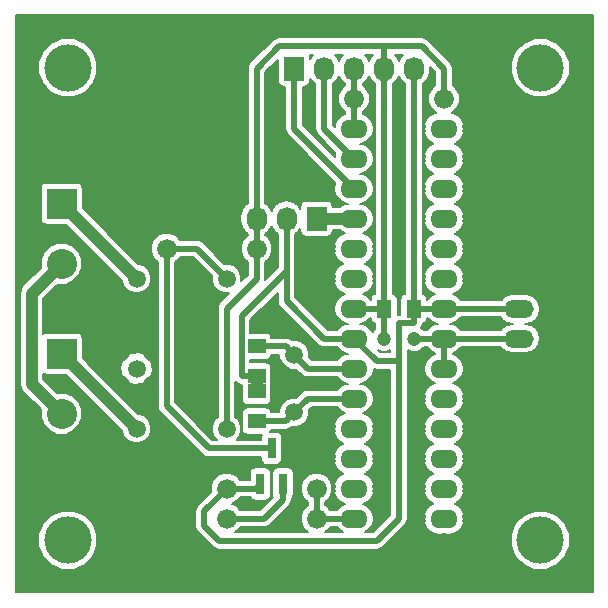
<source format=gbr>
G04 #@! TF.FileFunction,Copper,L2,Bot,Signal*
%FSLAX46Y46*%
G04 Gerber Fmt 4.6, Leading zero omitted, Abs format (unit mm)*
G04 Created by KiCad (PCBNEW 4.0.3-stable) date 09/13/16 15:12:45*
%MOMM*%
%LPD*%
G01*
G04 APERTURE LIST*
%ADD10C,0.100000*%
%ADD11R,1.727200X2.032000*%
%ADD12O,1.727200X2.032000*%
%ADD13R,1.500000X1.300000*%
%ADD14R,1.300000X1.500000*%
%ADD15C,1.676400*%
%ADD16O,2.300000X1.600000*%
%ADD17O,2.500000X1.500000*%
%ADD18R,0.800100X1.800860*%
%ADD19C,1.501140*%
%ADD20R,2.540000X2.540000*%
%ADD21C,2.540000*%
%ADD22C,4.000000*%
%ADD23C,1.200000*%
%ADD24C,0.500000*%
%ADD25C,1.000000*%
%ADD26C,0.200000*%
G04 APERTURE END LIST*
D10*
D11*
X146050000Y-57785000D03*
D12*
X143510000Y-57785000D03*
X140970000Y-57785000D03*
D13*
X140970000Y-71100000D03*
X140970000Y-68600000D03*
X140970000Y-72410000D03*
X140970000Y-74910000D03*
D14*
X151785000Y-65405000D03*
X154285000Y-65405000D03*
D15*
X133350000Y-60325000D03*
X140970000Y-60325000D03*
D16*
X149225000Y-50165000D03*
X149225000Y-52705000D03*
X149225000Y-55245000D03*
X149225000Y-57785000D03*
X149225000Y-60325000D03*
X149225000Y-62865000D03*
X149225000Y-65405000D03*
X149225000Y-67945000D03*
X149225000Y-70485000D03*
X149225000Y-73025000D03*
X149225000Y-75565000D03*
X149225000Y-78105000D03*
X149225000Y-80645000D03*
X149225000Y-83185000D03*
X156845000Y-83185000D03*
X156845000Y-80645000D03*
X156845000Y-78105000D03*
X156845000Y-75565000D03*
X156845000Y-73025000D03*
X156845000Y-70485000D03*
X156845000Y-67945000D03*
X156845000Y-65405000D03*
X156845000Y-62865000D03*
X156845000Y-60325000D03*
X156845000Y-57785000D03*
X156845000Y-55245000D03*
X156845000Y-52705000D03*
X156845000Y-50165000D03*
D17*
X163195000Y-67945000D03*
X163195000Y-65445000D03*
D11*
X144145000Y-45085000D03*
D12*
X146685000Y-45085000D03*
X149225000Y-45085000D03*
X151765000Y-45085000D03*
X154305000Y-45085000D03*
D18*
X143190000Y-80241140D03*
X141290000Y-80241140D03*
X142240000Y-77238860D03*
D15*
X149225000Y-47625000D03*
X156845000Y-47625000D03*
X146050000Y-80645000D03*
X138430000Y-80645000D03*
X146050000Y-83185000D03*
X138430000Y-83185000D03*
D19*
X144145000Y-69314060D03*
X144145000Y-74195940D03*
X138430000Y-75565000D03*
X130810000Y-75565000D03*
X130810000Y-70485000D03*
X138430000Y-62865000D03*
X130810000Y-62865000D03*
D20*
X124460000Y-56515000D03*
D21*
X124460000Y-61595000D03*
D20*
X124460000Y-69215000D03*
D21*
X124460000Y-74295000D03*
D22*
X165000000Y-85000000D03*
X125000000Y-85000000D03*
X125000000Y-45000000D03*
X165000000Y-45000000D03*
D23*
X154305000Y-67945000D03*
X151765000Y-67945000D03*
D24*
X140970000Y-71100000D02*
X139720000Y-71100000D01*
X139700000Y-71080000D02*
X139700000Y-69830000D01*
X139720000Y-71100000D02*
X139700000Y-71080000D01*
X154285000Y-65405000D02*
X154285000Y-66655000D01*
X154285000Y-66655000D02*
X153035000Y-66655000D01*
X149225000Y-67945000D02*
X146685000Y-67945000D01*
X143510000Y-64770000D02*
X143510000Y-62230000D01*
X146685000Y-67945000D02*
X143510000Y-64770000D01*
X143510000Y-62230000D02*
X139700000Y-66040000D01*
X139700000Y-66040000D02*
X139700000Y-69830000D01*
X149225000Y-67945000D02*
X151130000Y-69850000D01*
X151130000Y-69850000D02*
X153035000Y-69850000D01*
X153035000Y-66655000D02*
X153035000Y-69850000D01*
X151130000Y-85090000D02*
X153035000Y-83185000D01*
X153035000Y-69850000D02*
X153035000Y-83185000D01*
X138430000Y-80645000D02*
X136525000Y-82550000D01*
X136525000Y-82550000D02*
X136525000Y-83820000D01*
X136525000Y-83820000D02*
X137795000Y-85090000D01*
X137795000Y-85090000D02*
X151130000Y-85090000D01*
D25*
X140970000Y-71100000D02*
X140970000Y-72410000D01*
D24*
X141290000Y-80241140D02*
X140886140Y-80645000D01*
X140886140Y-80645000D02*
X138430000Y-80645000D01*
X143510000Y-57785000D02*
X143510000Y-62230000D01*
X156845000Y-65405000D02*
X163155000Y-65405000D01*
D25*
X163155000Y-65405000D02*
X163195000Y-65445000D01*
D24*
X154305000Y-45085000D02*
X154305000Y-65385000D01*
D25*
X154305000Y-65385000D02*
X154285000Y-65405000D01*
D24*
X154285000Y-65405000D02*
X156845000Y-65405000D01*
X144145000Y-69314060D02*
X145315940Y-70485000D01*
X145315940Y-70485000D02*
X149225000Y-70485000D01*
X140970000Y-68600000D02*
X143430940Y-68600000D01*
X143430940Y-68600000D02*
X144145000Y-69314060D01*
X144145000Y-74195940D02*
X143430940Y-74910000D01*
X143430940Y-74910000D02*
X140970000Y-74910000D01*
X149225000Y-73025000D02*
X145315940Y-73025000D01*
X145315940Y-73025000D02*
X144145000Y-74195940D01*
X140970000Y-60325000D02*
X140970000Y-62865000D01*
X138430000Y-65405000D02*
X138430000Y-75565000D01*
X140970000Y-62865000D02*
X138430000Y-65405000D01*
X140970000Y-60325000D02*
X140970000Y-57785000D01*
X151785000Y-65405000D02*
X151765000Y-65425000D01*
X151765000Y-65425000D02*
X151765000Y-67945000D01*
X154305000Y-67945000D02*
X156845000Y-67945000D01*
X156845000Y-67945000D02*
X156845000Y-70485000D01*
X151765000Y-45085000D02*
X151765000Y-43180000D01*
X140970000Y-57785000D02*
X140970000Y-45085000D01*
X142875000Y-43180000D02*
X151765000Y-43180000D01*
X140970000Y-45085000D02*
X142875000Y-43180000D01*
X151765000Y-43180000D02*
X153670000Y-43180000D01*
X156845000Y-47625000D02*
X156845000Y-45085000D01*
X156845000Y-45085000D02*
X154940000Y-43180000D01*
X154940000Y-43180000D02*
X153670000Y-43180000D01*
X156845000Y-67945000D02*
X163195000Y-67945000D01*
X149225000Y-65405000D02*
X151785000Y-65405000D01*
X151765000Y-45085000D02*
X151765000Y-65385000D01*
D25*
X151765000Y-65385000D02*
X151785000Y-65405000D01*
X151765000Y-45085000D02*
X151765000Y-45720000D01*
D24*
X138430000Y-62865000D02*
X135890000Y-60325000D01*
X135890000Y-60325000D02*
X133350000Y-60325000D01*
X142240000Y-77238860D02*
X136928860Y-77238860D01*
X133350000Y-73660000D02*
X133350000Y-60325000D01*
X136928860Y-77238860D02*
X133350000Y-73660000D01*
X149225000Y-47625000D02*
X149225000Y-50165000D01*
X149225000Y-45085000D02*
X149225000Y-47625000D01*
X146685000Y-45085000D02*
X146685000Y-50165000D01*
X146685000Y-50165000D02*
X149225000Y-52705000D01*
X144145000Y-45085000D02*
X144145000Y-50165000D01*
X144145000Y-50165000D02*
X149225000Y-55245000D01*
D25*
X146050000Y-57785000D02*
X149225000Y-57785000D01*
D24*
X146050000Y-83185000D02*
X149225000Y-83185000D01*
X146050000Y-83185000D02*
X146050000Y-80645000D01*
X143190000Y-80241140D02*
X143190000Y-81600000D01*
X143190000Y-81600000D02*
X141605000Y-83185000D01*
X141605000Y-83185000D02*
X138430000Y-83185000D01*
D25*
X124460000Y-56515000D02*
X130810000Y-62865000D01*
X124460000Y-61595000D02*
X121920000Y-64135000D01*
X121920000Y-71755000D02*
X124460000Y-74295000D01*
X121920000Y-64135000D02*
X121920000Y-71755000D01*
X124460000Y-69215000D02*
X130810000Y-75565000D01*
D26*
G36*
X169425000Y-89425000D02*
X120575000Y-89425000D01*
X120575000Y-85495099D01*
X122499567Y-85495099D01*
X122879367Y-86414286D01*
X123582015Y-87118161D01*
X124500538Y-87499565D01*
X125495099Y-87500433D01*
X126414286Y-87120633D01*
X127118161Y-86417985D01*
X127499565Y-85499462D01*
X127500433Y-84504901D01*
X127120633Y-83585714D01*
X126417985Y-82881839D01*
X125499462Y-82500435D01*
X124504901Y-82499567D01*
X123585714Y-82879367D01*
X122881839Y-83582015D01*
X122500435Y-84500538D01*
X122499567Y-85495099D01*
X120575000Y-85495099D01*
X120575000Y-64135000D01*
X120920000Y-64135000D01*
X120920000Y-71755000D01*
X120996120Y-72137684D01*
X121212893Y-72462107D01*
X122690854Y-73940067D01*
X122690308Y-73941381D01*
X122689694Y-74645530D01*
X122958592Y-75296314D01*
X123456067Y-75794658D01*
X124106381Y-76064692D01*
X124810530Y-76065306D01*
X125461314Y-75796408D01*
X125959658Y-75298933D01*
X126229692Y-74648619D01*
X126230306Y-73944470D01*
X125961408Y-73293686D01*
X125463933Y-72795342D01*
X124813619Y-72525308D01*
X124109470Y-72524694D01*
X124105534Y-72526320D01*
X122920000Y-71340786D01*
X122920000Y-70905666D01*
X122991661Y-70954630D01*
X123190000Y-70994795D01*
X124825581Y-70994795D01*
X129559287Y-75728501D01*
X129559214Y-75812662D01*
X129749200Y-76272465D01*
X130100684Y-76624563D01*
X130560155Y-76815352D01*
X131057662Y-76815786D01*
X131517465Y-76625800D01*
X131869563Y-76274316D01*
X132060352Y-75814845D01*
X132060786Y-75317338D01*
X131870800Y-74857535D01*
X131519316Y-74505437D01*
X131059845Y-74314648D01*
X130973787Y-74314573D01*
X126972598Y-70313384D01*
X129435486Y-70313384D01*
X129474440Y-70852452D01*
X129605789Y-71169556D01*
X129780758Y-71224078D01*
X130071151Y-71514979D01*
X130125444Y-71689211D01*
X130638384Y-71859514D01*
X131177452Y-71820560D01*
X131494556Y-71689211D01*
X131549078Y-71514242D01*
X131839979Y-71223849D01*
X132014211Y-71169556D01*
X132184514Y-70656616D01*
X132145560Y-70117548D01*
X132014211Y-69800444D01*
X131839242Y-69745922D01*
X131548849Y-69455021D01*
X131494556Y-69280789D01*
X130981616Y-69110486D01*
X130442548Y-69149440D01*
X130125444Y-69280789D01*
X130070922Y-69455758D01*
X129780021Y-69746151D01*
X129605789Y-69800444D01*
X129435486Y-70313384D01*
X126972598Y-70313384D01*
X126239795Y-69580581D01*
X126239795Y-67945000D01*
X126204931Y-67759711D01*
X126095425Y-67589535D01*
X125928339Y-67475370D01*
X125730000Y-67435205D01*
X123190000Y-67435205D01*
X123004711Y-67470069D01*
X122920000Y-67524579D01*
X122920000Y-64549214D01*
X124105067Y-63364146D01*
X124106381Y-63364692D01*
X124810530Y-63365306D01*
X125461314Y-63096408D01*
X125959658Y-62598933D01*
X126229692Y-61948619D01*
X126230306Y-61244470D01*
X125961408Y-60593686D01*
X125463933Y-60095342D01*
X124813619Y-59825308D01*
X124109470Y-59824694D01*
X123458686Y-60093592D01*
X122960342Y-60591067D01*
X122690308Y-61241381D01*
X122689694Y-61945530D01*
X122691320Y-61949466D01*
X121212893Y-63427893D01*
X120996120Y-63752316D01*
X120996120Y-63752317D01*
X120920000Y-64135000D01*
X120575000Y-64135000D01*
X120575000Y-55245000D01*
X122680205Y-55245000D01*
X122680205Y-57785000D01*
X122715069Y-57970289D01*
X122824575Y-58140465D01*
X122991661Y-58254630D01*
X123190000Y-58294795D01*
X124825581Y-58294795D01*
X129559287Y-63028501D01*
X129559214Y-63112662D01*
X129749200Y-63572465D01*
X130100684Y-63924563D01*
X130560155Y-64115352D01*
X131057662Y-64115786D01*
X131517465Y-63925800D01*
X131869563Y-63574316D01*
X132060352Y-63114845D01*
X132060786Y-62617338D01*
X131870800Y-62157535D01*
X131519316Y-61805437D01*
X131059845Y-61614648D01*
X130973787Y-61614573D01*
X129949231Y-60590017D01*
X132011568Y-60590017D01*
X132214868Y-61082039D01*
X132590981Y-61458809D01*
X132600000Y-61462554D01*
X132600000Y-73660000D01*
X132657090Y-73947013D01*
X132819670Y-74190330D01*
X136398530Y-77769190D01*
X136641847Y-77931770D01*
X136928860Y-77988860D01*
X141330155Y-77988860D01*
X141330155Y-78139290D01*
X141365019Y-78324579D01*
X141474525Y-78494755D01*
X141641611Y-78608920D01*
X141839950Y-78649085D01*
X142640050Y-78649085D01*
X142825339Y-78614221D01*
X142995515Y-78504715D01*
X143109680Y-78337629D01*
X143149845Y-78139290D01*
X143149845Y-76338430D01*
X143114981Y-76153141D01*
X143005475Y-75982965D01*
X142838389Y-75868800D01*
X142640050Y-75828635D01*
X142141599Y-75828635D01*
X142189630Y-75758339D01*
X142209544Y-75660000D01*
X143430940Y-75660000D01*
X143717953Y-75602910D01*
X143952273Y-75446342D01*
X144392662Y-75446726D01*
X144852465Y-75256740D01*
X145204563Y-74905256D01*
X145395352Y-74445785D01*
X145395736Y-74005864D01*
X145626600Y-73775000D01*
X147810355Y-73775000D01*
X147923436Y-73944239D01*
X148345187Y-74226043D01*
X148441270Y-74245155D01*
X148193904Y-74323111D01*
X147770499Y-74678288D01*
X147516769Y-75193958D01*
X147588686Y-75333688D01*
X147542675Y-75565000D01*
X147588686Y-75796312D01*
X147516769Y-75936042D01*
X147770499Y-76451712D01*
X148193904Y-76806889D01*
X148283105Y-76835000D01*
X148193904Y-76863111D01*
X147770499Y-77218288D01*
X147516769Y-77733958D01*
X147588686Y-77873688D01*
X147542675Y-78105000D01*
X147588686Y-78336312D01*
X147516769Y-78476042D01*
X147770499Y-78991712D01*
X148193904Y-79346889D01*
X148283105Y-79375000D01*
X148193904Y-79403111D01*
X147770499Y-79758288D01*
X147516769Y-80273958D01*
X147588686Y-80413688D01*
X147542675Y-80645000D01*
X147588686Y-80876312D01*
X147516769Y-81016042D01*
X147770499Y-81531712D01*
X148193904Y-81886889D01*
X148441270Y-81964845D01*
X148345187Y-81983957D01*
X147923436Y-82265761D01*
X147810355Y-82435000D01*
X147188040Y-82435000D01*
X147185132Y-82427961D01*
X146809019Y-82051191D01*
X146800000Y-82047446D01*
X146800000Y-81783040D01*
X146807039Y-81780132D01*
X147183809Y-81404019D01*
X147387967Y-80912352D01*
X147388432Y-80379983D01*
X147185132Y-79887961D01*
X146809019Y-79511191D01*
X146317352Y-79307033D01*
X145784983Y-79306568D01*
X145292961Y-79509868D01*
X144916191Y-79885981D01*
X144712033Y-80377648D01*
X144711568Y-80910017D01*
X144914868Y-81402039D01*
X145290981Y-81778809D01*
X145300000Y-81782554D01*
X145300000Y-82046960D01*
X145292961Y-82049868D01*
X144916191Y-82425981D01*
X144712033Y-82917648D01*
X144711568Y-83450017D01*
X144914868Y-83942039D01*
X145290981Y-84318809D01*
X145342015Y-84340000D01*
X139138955Y-84340000D01*
X139187039Y-84320132D01*
X139563809Y-83944019D01*
X139567554Y-83935000D01*
X141605000Y-83935000D01*
X141892013Y-83877910D01*
X142135330Y-83715330D01*
X143720330Y-82130330D01*
X143882910Y-81887013D01*
X143940000Y-81600000D01*
X143940000Y-81510544D01*
X143945515Y-81506995D01*
X144059680Y-81339909D01*
X144099845Y-81141570D01*
X144099845Y-79340710D01*
X144064981Y-79155421D01*
X143955475Y-78985245D01*
X143788389Y-78871080D01*
X143590050Y-78830915D01*
X142789950Y-78830915D01*
X142604661Y-78865779D01*
X142434485Y-78975285D01*
X142320320Y-79142371D01*
X142280155Y-79340710D01*
X142280155Y-81141570D01*
X142315019Y-81326859D01*
X142349264Y-81380076D01*
X141294340Y-82435000D01*
X139568040Y-82435000D01*
X139565132Y-82427961D01*
X139189019Y-82051191D01*
X138860835Y-81914917D01*
X139187039Y-81780132D01*
X139563809Y-81404019D01*
X139567554Y-81395000D01*
X140458867Y-81395000D01*
X140524525Y-81497035D01*
X140691611Y-81611200D01*
X140889950Y-81651365D01*
X141690050Y-81651365D01*
X141875339Y-81616501D01*
X142045515Y-81506995D01*
X142159680Y-81339909D01*
X142199845Y-81141570D01*
X142199845Y-79340710D01*
X142164981Y-79155421D01*
X142055475Y-78985245D01*
X141888389Y-78871080D01*
X141690050Y-78830915D01*
X140889950Y-78830915D01*
X140704661Y-78865779D01*
X140534485Y-78975285D01*
X140420320Y-79142371D01*
X140380155Y-79340710D01*
X140380155Y-79895000D01*
X139568040Y-79895000D01*
X139565132Y-79887961D01*
X139189019Y-79511191D01*
X138697352Y-79307033D01*
X138164983Y-79306568D01*
X137672961Y-79509868D01*
X137296191Y-79885981D01*
X137092033Y-80377648D01*
X137091568Y-80910017D01*
X137095297Y-80919043D01*
X135994670Y-82019670D01*
X135832090Y-82262987D01*
X135775000Y-82550000D01*
X135775000Y-83820000D01*
X135832090Y-84107013D01*
X135994670Y-84350330D01*
X137264670Y-85620330D01*
X137507987Y-85782910D01*
X137795000Y-85840000D01*
X151130000Y-85840000D01*
X151417013Y-85782910D01*
X151660330Y-85620330D01*
X151785561Y-85495099D01*
X162499567Y-85495099D01*
X162879367Y-86414286D01*
X163582015Y-87118161D01*
X164500538Y-87499565D01*
X165495099Y-87500433D01*
X166414286Y-87120633D01*
X167118161Y-86417985D01*
X167499565Y-85499462D01*
X167500433Y-84504901D01*
X167120633Y-83585714D01*
X166417985Y-82881839D01*
X165499462Y-82500435D01*
X164504901Y-82499567D01*
X163585714Y-82879367D01*
X162881839Y-83582015D01*
X162500435Y-84500538D01*
X162499567Y-85495099D01*
X151785561Y-85495099D01*
X153565330Y-83715330D01*
X153651937Y-83585714D01*
X153727910Y-83472013D01*
X153785000Y-83185000D01*
X153785000Y-68920139D01*
X154085237Y-69044808D01*
X154522844Y-69045190D01*
X154927286Y-68878078D01*
X155110684Y-68695000D01*
X155430355Y-68695000D01*
X155543436Y-68864239D01*
X155965187Y-69146043D01*
X156095000Y-69171865D01*
X156095000Y-69258135D01*
X155965187Y-69283957D01*
X155543436Y-69565761D01*
X155261632Y-69987512D01*
X155162675Y-70485000D01*
X155261632Y-70982488D01*
X155543436Y-71404239D01*
X155965187Y-71686043D01*
X156061270Y-71705155D01*
X155813904Y-71783111D01*
X155390499Y-72138288D01*
X155136769Y-72653958D01*
X155208686Y-72793688D01*
X155162675Y-73025000D01*
X155208686Y-73256312D01*
X155136769Y-73396042D01*
X155390499Y-73911712D01*
X155813904Y-74266889D01*
X155903105Y-74295000D01*
X155813904Y-74323111D01*
X155390499Y-74678288D01*
X155136769Y-75193958D01*
X155208686Y-75333688D01*
X155162675Y-75565000D01*
X155208686Y-75796312D01*
X155136769Y-75936042D01*
X155390499Y-76451712D01*
X155813904Y-76806889D01*
X155903105Y-76835000D01*
X155813904Y-76863111D01*
X155390499Y-77218288D01*
X155136769Y-77733958D01*
X155208686Y-77873688D01*
X155162675Y-78105000D01*
X155208686Y-78336312D01*
X155136769Y-78476042D01*
X155390499Y-78991712D01*
X155813904Y-79346889D01*
X155903105Y-79375000D01*
X155813904Y-79403111D01*
X155390499Y-79758288D01*
X155136769Y-80273958D01*
X155208686Y-80413688D01*
X155162675Y-80645000D01*
X155208686Y-80876312D01*
X155136769Y-81016042D01*
X155390499Y-81531712D01*
X155813904Y-81886889D01*
X155903105Y-81915000D01*
X155813904Y-81943111D01*
X155390499Y-82298288D01*
X155136769Y-82813958D01*
X155208686Y-82953688D01*
X155162675Y-83185000D01*
X155208686Y-83416312D01*
X155136769Y-83556042D01*
X155390499Y-84071712D01*
X155813904Y-84426889D01*
X156341000Y-84593000D01*
X156691000Y-84593000D01*
X156691000Y-84485000D01*
X156999000Y-84485000D01*
X156999000Y-84593000D01*
X157349000Y-84593000D01*
X157876096Y-84426889D01*
X158299501Y-84071712D01*
X158553231Y-83556042D01*
X158481314Y-83416312D01*
X158527325Y-83185000D01*
X158481314Y-82953688D01*
X158553231Y-82813958D01*
X158299501Y-82298288D01*
X157876096Y-81943111D01*
X157786895Y-81915000D01*
X157876096Y-81886889D01*
X158299501Y-81531712D01*
X158553231Y-81016042D01*
X158481314Y-80876312D01*
X158527325Y-80645000D01*
X158481314Y-80413688D01*
X158553231Y-80273958D01*
X158299501Y-79758288D01*
X157876096Y-79403111D01*
X157786895Y-79375000D01*
X157876096Y-79346889D01*
X158299501Y-78991712D01*
X158553231Y-78476042D01*
X158481314Y-78336312D01*
X158527325Y-78105000D01*
X158481314Y-77873688D01*
X158553231Y-77733958D01*
X158299501Y-77218288D01*
X157876096Y-76863111D01*
X157786895Y-76835000D01*
X157876096Y-76806889D01*
X158299501Y-76451712D01*
X158553231Y-75936042D01*
X158481314Y-75796312D01*
X158527325Y-75565000D01*
X158481314Y-75333688D01*
X158553231Y-75193958D01*
X158299501Y-74678288D01*
X157876096Y-74323111D01*
X157786895Y-74295000D01*
X157876096Y-74266889D01*
X158299501Y-73911712D01*
X158553231Y-73396042D01*
X158481314Y-73256312D01*
X158527325Y-73025000D01*
X158481314Y-72793688D01*
X158553231Y-72653958D01*
X158299501Y-72138288D01*
X157876096Y-71783111D01*
X157628730Y-71705155D01*
X157724813Y-71686043D01*
X158146564Y-71404239D01*
X158428368Y-70982488D01*
X158527325Y-70485000D01*
X158428368Y-69987512D01*
X158146564Y-69565761D01*
X157724813Y-69283957D01*
X157595000Y-69258135D01*
X157595000Y-69171865D01*
X157724813Y-69146043D01*
X158146564Y-68864239D01*
X158259645Y-68695000D01*
X161687374Y-68695000D01*
X161776832Y-68828883D01*
X162182361Y-69099849D01*
X162660715Y-69195000D01*
X163729285Y-69195000D01*
X164207639Y-69099849D01*
X164613168Y-68828883D01*
X164884134Y-68423354D01*
X164979285Y-67945000D01*
X164884134Y-67466646D01*
X164613168Y-67061117D01*
X164207639Y-66790151D01*
X163729285Y-66695000D01*
X164207639Y-66599849D01*
X164613168Y-66328883D01*
X164884134Y-65923354D01*
X164979285Y-65445000D01*
X164884134Y-64966646D01*
X164613168Y-64561117D01*
X164207639Y-64290151D01*
X163729285Y-64195000D01*
X162660715Y-64195000D01*
X162182361Y-64290151D01*
X161776832Y-64561117D01*
X161714101Y-64655000D01*
X158259645Y-64655000D01*
X158146564Y-64485761D01*
X157724813Y-64203957D01*
X157628730Y-64184845D01*
X157876096Y-64106889D01*
X158299501Y-63751712D01*
X158553231Y-63236042D01*
X158481314Y-63096312D01*
X158527325Y-62865000D01*
X158481314Y-62633688D01*
X158553231Y-62493958D01*
X158299501Y-61978288D01*
X157876096Y-61623111D01*
X157786895Y-61595000D01*
X157876096Y-61566889D01*
X158299501Y-61211712D01*
X158553231Y-60696042D01*
X158481314Y-60556312D01*
X158527325Y-60325000D01*
X158481314Y-60093688D01*
X158553231Y-59953958D01*
X158299501Y-59438288D01*
X157876096Y-59083111D01*
X157786895Y-59055000D01*
X157876096Y-59026889D01*
X158299501Y-58671712D01*
X158553231Y-58156042D01*
X158481314Y-58016312D01*
X158527325Y-57785000D01*
X158481314Y-57553688D01*
X158553231Y-57413958D01*
X158299501Y-56898288D01*
X157876096Y-56543111D01*
X157786895Y-56515000D01*
X157876096Y-56486889D01*
X158299501Y-56131712D01*
X158553231Y-55616042D01*
X158481314Y-55476312D01*
X158527325Y-55245000D01*
X158481314Y-55013688D01*
X158553231Y-54873958D01*
X158299501Y-54358288D01*
X157876096Y-54003111D01*
X157786895Y-53975000D01*
X157876096Y-53946889D01*
X158299501Y-53591712D01*
X158553231Y-53076042D01*
X158481314Y-52936312D01*
X158527325Y-52705000D01*
X158481314Y-52473688D01*
X158553231Y-52333958D01*
X158299501Y-51818288D01*
X157876096Y-51463111D01*
X157786895Y-51435000D01*
X157876096Y-51406889D01*
X158299501Y-51051712D01*
X158553231Y-50536042D01*
X158481314Y-50396312D01*
X158527325Y-50165000D01*
X158481314Y-49933688D01*
X158553231Y-49793958D01*
X158299501Y-49278288D01*
X157876096Y-48923111D01*
X157496852Y-48803595D01*
X157602039Y-48760132D01*
X157978809Y-48384019D01*
X158182967Y-47892352D01*
X158183432Y-47359983D01*
X157980132Y-46867961D01*
X157604019Y-46491191D01*
X157595000Y-46487446D01*
X157595000Y-45495099D01*
X162499567Y-45495099D01*
X162879367Y-46414286D01*
X163582015Y-47118161D01*
X164500538Y-47499565D01*
X165495099Y-47500433D01*
X166414286Y-47120633D01*
X167118161Y-46417985D01*
X167499565Y-45499462D01*
X167500433Y-44504901D01*
X167120633Y-43585714D01*
X166417985Y-42881839D01*
X165499462Y-42500435D01*
X164504901Y-42499567D01*
X163585714Y-42879367D01*
X162881839Y-43582015D01*
X162500435Y-44500538D01*
X162499567Y-45495099D01*
X157595000Y-45495099D01*
X157595000Y-45085000D01*
X157537910Y-44797987D01*
X157375330Y-44554670D01*
X155470330Y-42649670D01*
X155227013Y-42487090D01*
X154940000Y-42430000D01*
X142875000Y-42430000D01*
X142587987Y-42487090D01*
X142344670Y-42649670D01*
X140439670Y-44554670D01*
X140277090Y-44797987D01*
X140220000Y-45085000D01*
X140220000Y-56495558D01*
X140005789Y-56638689D01*
X139710198Y-57081073D01*
X139606400Y-57602900D01*
X139606400Y-57967100D01*
X139710198Y-58488927D01*
X140005789Y-58931311D01*
X140220000Y-59074442D01*
X140220000Y-59186960D01*
X140212961Y-59189868D01*
X139836191Y-59565981D01*
X139632033Y-60057648D01*
X139631568Y-60590017D01*
X139834868Y-61082039D01*
X140210981Y-61458809D01*
X140220000Y-61462554D01*
X140220000Y-62554340D01*
X139680370Y-63093970D01*
X139680786Y-62617338D01*
X139490800Y-62157535D01*
X139139316Y-61805437D01*
X138679845Y-61614648D01*
X138239924Y-61614264D01*
X136420330Y-59794670D01*
X136177013Y-59632090D01*
X135890000Y-59575000D01*
X134488040Y-59575000D01*
X134485132Y-59567961D01*
X134109019Y-59191191D01*
X133617352Y-58987033D01*
X133084983Y-58986568D01*
X132592961Y-59189868D01*
X132216191Y-59565981D01*
X132012033Y-60057648D01*
X132011568Y-60590017D01*
X129949231Y-60590017D01*
X126239795Y-56880581D01*
X126239795Y-55245000D01*
X126204931Y-55059711D01*
X126095425Y-54889535D01*
X125928339Y-54775370D01*
X125730000Y-54735205D01*
X123190000Y-54735205D01*
X123004711Y-54770069D01*
X122834535Y-54879575D01*
X122720370Y-55046661D01*
X122680205Y-55245000D01*
X120575000Y-55245000D01*
X120575000Y-45495099D01*
X122499567Y-45495099D01*
X122879367Y-46414286D01*
X123582015Y-47118161D01*
X124500538Y-47499565D01*
X125495099Y-47500433D01*
X126414286Y-47120633D01*
X127118161Y-46417985D01*
X127499565Y-45499462D01*
X127500433Y-44504901D01*
X127120633Y-43585714D01*
X126417985Y-42881839D01*
X125499462Y-42500435D01*
X124504901Y-42499567D01*
X123585714Y-42879367D01*
X122881839Y-43582015D01*
X122500435Y-44500538D01*
X122499567Y-45495099D01*
X120575000Y-45495099D01*
X120575000Y-40575000D01*
X169425000Y-40575000D01*
X169425000Y-89425000D01*
X169425000Y-89425000D01*
G37*
X169425000Y-89425000D02*
X120575000Y-89425000D01*
X120575000Y-85495099D01*
X122499567Y-85495099D01*
X122879367Y-86414286D01*
X123582015Y-87118161D01*
X124500538Y-87499565D01*
X125495099Y-87500433D01*
X126414286Y-87120633D01*
X127118161Y-86417985D01*
X127499565Y-85499462D01*
X127500433Y-84504901D01*
X127120633Y-83585714D01*
X126417985Y-82881839D01*
X125499462Y-82500435D01*
X124504901Y-82499567D01*
X123585714Y-82879367D01*
X122881839Y-83582015D01*
X122500435Y-84500538D01*
X122499567Y-85495099D01*
X120575000Y-85495099D01*
X120575000Y-64135000D01*
X120920000Y-64135000D01*
X120920000Y-71755000D01*
X120996120Y-72137684D01*
X121212893Y-72462107D01*
X122690854Y-73940067D01*
X122690308Y-73941381D01*
X122689694Y-74645530D01*
X122958592Y-75296314D01*
X123456067Y-75794658D01*
X124106381Y-76064692D01*
X124810530Y-76065306D01*
X125461314Y-75796408D01*
X125959658Y-75298933D01*
X126229692Y-74648619D01*
X126230306Y-73944470D01*
X125961408Y-73293686D01*
X125463933Y-72795342D01*
X124813619Y-72525308D01*
X124109470Y-72524694D01*
X124105534Y-72526320D01*
X122920000Y-71340786D01*
X122920000Y-70905666D01*
X122991661Y-70954630D01*
X123190000Y-70994795D01*
X124825581Y-70994795D01*
X129559287Y-75728501D01*
X129559214Y-75812662D01*
X129749200Y-76272465D01*
X130100684Y-76624563D01*
X130560155Y-76815352D01*
X131057662Y-76815786D01*
X131517465Y-76625800D01*
X131869563Y-76274316D01*
X132060352Y-75814845D01*
X132060786Y-75317338D01*
X131870800Y-74857535D01*
X131519316Y-74505437D01*
X131059845Y-74314648D01*
X130973787Y-74314573D01*
X126972598Y-70313384D01*
X129435486Y-70313384D01*
X129474440Y-70852452D01*
X129605789Y-71169556D01*
X129780758Y-71224078D01*
X130071151Y-71514979D01*
X130125444Y-71689211D01*
X130638384Y-71859514D01*
X131177452Y-71820560D01*
X131494556Y-71689211D01*
X131549078Y-71514242D01*
X131839979Y-71223849D01*
X132014211Y-71169556D01*
X132184514Y-70656616D01*
X132145560Y-70117548D01*
X132014211Y-69800444D01*
X131839242Y-69745922D01*
X131548849Y-69455021D01*
X131494556Y-69280789D01*
X130981616Y-69110486D01*
X130442548Y-69149440D01*
X130125444Y-69280789D01*
X130070922Y-69455758D01*
X129780021Y-69746151D01*
X129605789Y-69800444D01*
X129435486Y-70313384D01*
X126972598Y-70313384D01*
X126239795Y-69580581D01*
X126239795Y-67945000D01*
X126204931Y-67759711D01*
X126095425Y-67589535D01*
X125928339Y-67475370D01*
X125730000Y-67435205D01*
X123190000Y-67435205D01*
X123004711Y-67470069D01*
X122920000Y-67524579D01*
X122920000Y-64549214D01*
X124105067Y-63364146D01*
X124106381Y-63364692D01*
X124810530Y-63365306D01*
X125461314Y-63096408D01*
X125959658Y-62598933D01*
X126229692Y-61948619D01*
X126230306Y-61244470D01*
X125961408Y-60593686D01*
X125463933Y-60095342D01*
X124813619Y-59825308D01*
X124109470Y-59824694D01*
X123458686Y-60093592D01*
X122960342Y-60591067D01*
X122690308Y-61241381D01*
X122689694Y-61945530D01*
X122691320Y-61949466D01*
X121212893Y-63427893D01*
X120996120Y-63752316D01*
X120996120Y-63752317D01*
X120920000Y-64135000D01*
X120575000Y-64135000D01*
X120575000Y-55245000D01*
X122680205Y-55245000D01*
X122680205Y-57785000D01*
X122715069Y-57970289D01*
X122824575Y-58140465D01*
X122991661Y-58254630D01*
X123190000Y-58294795D01*
X124825581Y-58294795D01*
X129559287Y-63028501D01*
X129559214Y-63112662D01*
X129749200Y-63572465D01*
X130100684Y-63924563D01*
X130560155Y-64115352D01*
X131057662Y-64115786D01*
X131517465Y-63925800D01*
X131869563Y-63574316D01*
X132060352Y-63114845D01*
X132060786Y-62617338D01*
X131870800Y-62157535D01*
X131519316Y-61805437D01*
X131059845Y-61614648D01*
X130973787Y-61614573D01*
X129949231Y-60590017D01*
X132011568Y-60590017D01*
X132214868Y-61082039D01*
X132590981Y-61458809D01*
X132600000Y-61462554D01*
X132600000Y-73660000D01*
X132657090Y-73947013D01*
X132819670Y-74190330D01*
X136398530Y-77769190D01*
X136641847Y-77931770D01*
X136928860Y-77988860D01*
X141330155Y-77988860D01*
X141330155Y-78139290D01*
X141365019Y-78324579D01*
X141474525Y-78494755D01*
X141641611Y-78608920D01*
X141839950Y-78649085D01*
X142640050Y-78649085D01*
X142825339Y-78614221D01*
X142995515Y-78504715D01*
X143109680Y-78337629D01*
X143149845Y-78139290D01*
X143149845Y-76338430D01*
X143114981Y-76153141D01*
X143005475Y-75982965D01*
X142838389Y-75868800D01*
X142640050Y-75828635D01*
X142141599Y-75828635D01*
X142189630Y-75758339D01*
X142209544Y-75660000D01*
X143430940Y-75660000D01*
X143717953Y-75602910D01*
X143952273Y-75446342D01*
X144392662Y-75446726D01*
X144852465Y-75256740D01*
X145204563Y-74905256D01*
X145395352Y-74445785D01*
X145395736Y-74005864D01*
X145626600Y-73775000D01*
X147810355Y-73775000D01*
X147923436Y-73944239D01*
X148345187Y-74226043D01*
X148441270Y-74245155D01*
X148193904Y-74323111D01*
X147770499Y-74678288D01*
X147516769Y-75193958D01*
X147588686Y-75333688D01*
X147542675Y-75565000D01*
X147588686Y-75796312D01*
X147516769Y-75936042D01*
X147770499Y-76451712D01*
X148193904Y-76806889D01*
X148283105Y-76835000D01*
X148193904Y-76863111D01*
X147770499Y-77218288D01*
X147516769Y-77733958D01*
X147588686Y-77873688D01*
X147542675Y-78105000D01*
X147588686Y-78336312D01*
X147516769Y-78476042D01*
X147770499Y-78991712D01*
X148193904Y-79346889D01*
X148283105Y-79375000D01*
X148193904Y-79403111D01*
X147770499Y-79758288D01*
X147516769Y-80273958D01*
X147588686Y-80413688D01*
X147542675Y-80645000D01*
X147588686Y-80876312D01*
X147516769Y-81016042D01*
X147770499Y-81531712D01*
X148193904Y-81886889D01*
X148441270Y-81964845D01*
X148345187Y-81983957D01*
X147923436Y-82265761D01*
X147810355Y-82435000D01*
X147188040Y-82435000D01*
X147185132Y-82427961D01*
X146809019Y-82051191D01*
X146800000Y-82047446D01*
X146800000Y-81783040D01*
X146807039Y-81780132D01*
X147183809Y-81404019D01*
X147387967Y-80912352D01*
X147388432Y-80379983D01*
X147185132Y-79887961D01*
X146809019Y-79511191D01*
X146317352Y-79307033D01*
X145784983Y-79306568D01*
X145292961Y-79509868D01*
X144916191Y-79885981D01*
X144712033Y-80377648D01*
X144711568Y-80910017D01*
X144914868Y-81402039D01*
X145290981Y-81778809D01*
X145300000Y-81782554D01*
X145300000Y-82046960D01*
X145292961Y-82049868D01*
X144916191Y-82425981D01*
X144712033Y-82917648D01*
X144711568Y-83450017D01*
X144914868Y-83942039D01*
X145290981Y-84318809D01*
X145342015Y-84340000D01*
X139138955Y-84340000D01*
X139187039Y-84320132D01*
X139563809Y-83944019D01*
X139567554Y-83935000D01*
X141605000Y-83935000D01*
X141892013Y-83877910D01*
X142135330Y-83715330D01*
X143720330Y-82130330D01*
X143882910Y-81887013D01*
X143940000Y-81600000D01*
X143940000Y-81510544D01*
X143945515Y-81506995D01*
X144059680Y-81339909D01*
X144099845Y-81141570D01*
X144099845Y-79340710D01*
X144064981Y-79155421D01*
X143955475Y-78985245D01*
X143788389Y-78871080D01*
X143590050Y-78830915D01*
X142789950Y-78830915D01*
X142604661Y-78865779D01*
X142434485Y-78975285D01*
X142320320Y-79142371D01*
X142280155Y-79340710D01*
X142280155Y-81141570D01*
X142315019Y-81326859D01*
X142349264Y-81380076D01*
X141294340Y-82435000D01*
X139568040Y-82435000D01*
X139565132Y-82427961D01*
X139189019Y-82051191D01*
X138860835Y-81914917D01*
X139187039Y-81780132D01*
X139563809Y-81404019D01*
X139567554Y-81395000D01*
X140458867Y-81395000D01*
X140524525Y-81497035D01*
X140691611Y-81611200D01*
X140889950Y-81651365D01*
X141690050Y-81651365D01*
X141875339Y-81616501D01*
X142045515Y-81506995D01*
X142159680Y-81339909D01*
X142199845Y-81141570D01*
X142199845Y-79340710D01*
X142164981Y-79155421D01*
X142055475Y-78985245D01*
X141888389Y-78871080D01*
X141690050Y-78830915D01*
X140889950Y-78830915D01*
X140704661Y-78865779D01*
X140534485Y-78975285D01*
X140420320Y-79142371D01*
X140380155Y-79340710D01*
X140380155Y-79895000D01*
X139568040Y-79895000D01*
X139565132Y-79887961D01*
X139189019Y-79511191D01*
X138697352Y-79307033D01*
X138164983Y-79306568D01*
X137672961Y-79509868D01*
X137296191Y-79885981D01*
X137092033Y-80377648D01*
X137091568Y-80910017D01*
X137095297Y-80919043D01*
X135994670Y-82019670D01*
X135832090Y-82262987D01*
X135775000Y-82550000D01*
X135775000Y-83820000D01*
X135832090Y-84107013D01*
X135994670Y-84350330D01*
X137264670Y-85620330D01*
X137507987Y-85782910D01*
X137795000Y-85840000D01*
X151130000Y-85840000D01*
X151417013Y-85782910D01*
X151660330Y-85620330D01*
X151785561Y-85495099D01*
X162499567Y-85495099D01*
X162879367Y-86414286D01*
X163582015Y-87118161D01*
X164500538Y-87499565D01*
X165495099Y-87500433D01*
X166414286Y-87120633D01*
X167118161Y-86417985D01*
X167499565Y-85499462D01*
X167500433Y-84504901D01*
X167120633Y-83585714D01*
X166417985Y-82881839D01*
X165499462Y-82500435D01*
X164504901Y-82499567D01*
X163585714Y-82879367D01*
X162881839Y-83582015D01*
X162500435Y-84500538D01*
X162499567Y-85495099D01*
X151785561Y-85495099D01*
X153565330Y-83715330D01*
X153651937Y-83585714D01*
X153727910Y-83472013D01*
X153785000Y-83185000D01*
X153785000Y-68920139D01*
X154085237Y-69044808D01*
X154522844Y-69045190D01*
X154927286Y-68878078D01*
X155110684Y-68695000D01*
X155430355Y-68695000D01*
X155543436Y-68864239D01*
X155965187Y-69146043D01*
X156095000Y-69171865D01*
X156095000Y-69258135D01*
X155965187Y-69283957D01*
X155543436Y-69565761D01*
X155261632Y-69987512D01*
X155162675Y-70485000D01*
X155261632Y-70982488D01*
X155543436Y-71404239D01*
X155965187Y-71686043D01*
X156061270Y-71705155D01*
X155813904Y-71783111D01*
X155390499Y-72138288D01*
X155136769Y-72653958D01*
X155208686Y-72793688D01*
X155162675Y-73025000D01*
X155208686Y-73256312D01*
X155136769Y-73396042D01*
X155390499Y-73911712D01*
X155813904Y-74266889D01*
X155903105Y-74295000D01*
X155813904Y-74323111D01*
X155390499Y-74678288D01*
X155136769Y-75193958D01*
X155208686Y-75333688D01*
X155162675Y-75565000D01*
X155208686Y-75796312D01*
X155136769Y-75936042D01*
X155390499Y-76451712D01*
X155813904Y-76806889D01*
X155903105Y-76835000D01*
X155813904Y-76863111D01*
X155390499Y-77218288D01*
X155136769Y-77733958D01*
X155208686Y-77873688D01*
X155162675Y-78105000D01*
X155208686Y-78336312D01*
X155136769Y-78476042D01*
X155390499Y-78991712D01*
X155813904Y-79346889D01*
X155903105Y-79375000D01*
X155813904Y-79403111D01*
X155390499Y-79758288D01*
X155136769Y-80273958D01*
X155208686Y-80413688D01*
X155162675Y-80645000D01*
X155208686Y-80876312D01*
X155136769Y-81016042D01*
X155390499Y-81531712D01*
X155813904Y-81886889D01*
X155903105Y-81915000D01*
X155813904Y-81943111D01*
X155390499Y-82298288D01*
X155136769Y-82813958D01*
X155208686Y-82953688D01*
X155162675Y-83185000D01*
X155208686Y-83416312D01*
X155136769Y-83556042D01*
X155390499Y-84071712D01*
X155813904Y-84426889D01*
X156341000Y-84593000D01*
X156691000Y-84593000D01*
X156691000Y-84485000D01*
X156999000Y-84485000D01*
X156999000Y-84593000D01*
X157349000Y-84593000D01*
X157876096Y-84426889D01*
X158299501Y-84071712D01*
X158553231Y-83556042D01*
X158481314Y-83416312D01*
X158527325Y-83185000D01*
X158481314Y-82953688D01*
X158553231Y-82813958D01*
X158299501Y-82298288D01*
X157876096Y-81943111D01*
X157786895Y-81915000D01*
X157876096Y-81886889D01*
X158299501Y-81531712D01*
X158553231Y-81016042D01*
X158481314Y-80876312D01*
X158527325Y-80645000D01*
X158481314Y-80413688D01*
X158553231Y-80273958D01*
X158299501Y-79758288D01*
X157876096Y-79403111D01*
X157786895Y-79375000D01*
X157876096Y-79346889D01*
X158299501Y-78991712D01*
X158553231Y-78476042D01*
X158481314Y-78336312D01*
X158527325Y-78105000D01*
X158481314Y-77873688D01*
X158553231Y-77733958D01*
X158299501Y-77218288D01*
X157876096Y-76863111D01*
X157786895Y-76835000D01*
X157876096Y-76806889D01*
X158299501Y-76451712D01*
X158553231Y-75936042D01*
X158481314Y-75796312D01*
X158527325Y-75565000D01*
X158481314Y-75333688D01*
X158553231Y-75193958D01*
X158299501Y-74678288D01*
X157876096Y-74323111D01*
X157786895Y-74295000D01*
X157876096Y-74266889D01*
X158299501Y-73911712D01*
X158553231Y-73396042D01*
X158481314Y-73256312D01*
X158527325Y-73025000D01*
X158481314Y-72793688D01*
X158553231Y-72653958D01*
X158299501Y-72138288D01*
X157876096Y-71783111D01*
X157628730Y-71705155D01*
X157724813Y-71686043D01*
X158146564Y-71404239D01*
X158428368Y-70982488D01*
X158527325Y-70485000D01*
X158428368Y-69987512D01*
X158146564Y-69565761D01*
X157724813Y-69283957D01*
X157595000Y-69258135D01*
X157595000Y-69171865D01*
X157724813Y-69146043D01*
X158146564Y-68864239D01*
X158259645Y-68695000D01*
X161687374Y-68695000D01*
X161776832Y-68828883D01*
X162182361Y-69099849D01*
X162660715Y-69195000D01*
X163729285Y-69195000D01*
X164207639Y-69099849D01*
X164613168Y-68828883D01*
X164884134Y-68423354D01*
X164979285Y-67945000D01*
X164884134Y-67466646D01*
X164613168Y-67061117D01*
X164207639Y-66790151D01*
X163729285Y-66695000D01*
X164207639Y-66599849D01*
X164613168Y-66328883D01*
X164884134Y-65923354D01*
X164979285Y-65445000D01*
X164884134Y-64966646D01*
X164613168Y-64561117D01*
X164207639Y-64290151D01*
X163729285Y-64195000D01*
X162660715Y-64195000D01*
X162182361Y-64290151D01*
X161776832Y-64561117D01*
X161714101Y-64655000D01*
X158259645Y-64655000D01*
X158146564Y-64485761D01*
X157724813Y-64203957D01*
X157628730Y-64184845D01*
X157876096Y-64106889D01*
X158299501Y-63751712D01*
X158553231Y-63236042D01*
X158481314Y-63096312D01*
X158527325Y-62865000D01*
X158481314Y-62633688D01*
X158553231Y-62493958D01*
X158299501Y-61978288D01*
X157876096Y-61623111D01*
X157786895Y-61595000D01*
X157876096Y-61566889D01*
X158299501Y-61211712D01*
X158553231Y-60696042D01*
X158481314Y-60556312D01*
X158527325Y-60325000D01*
X158481314Y-60093688D01*
X158553231Y-59953958D01*
X158299501Y-59438288D01*
X157876096Y-59083111D01*
X157786895Y-59055000D01*
X157876096Y-59026889D01*
X158299501Y-58671712D01*
X158553231Y-58156042D01*
X158481314Y-58016312D01*
X158527325Y-57785000D01*
X158481314Y-57553688D01*
X158553231Y-57413958D01*
X158299501Y-56898288D01*
X157876096Y-56543111D01*
X157786895Y-56515000D01*
X157876096Y-56486889D01*
X158299501Y-56131712D01*
X158553231Y-55616042D01*
X158481314Y-55476312D01*
X158527325Y-55245000D01*
X158481314Y-55013688D01*
X158553231Y-54873958D01*
X158299501Y-54358288D01*
X157876096Y-54003111D01*
X157786895Y-53975000D01*
X157876096Y-53946889D01*
X158299501Y-53591712D01*
X158553231Y-53076042D01*
X158481314Y-52936312D01*
X158527325Y-52705000D01*
X158481314Y-52473688D01*
X158553231Y-52333958D01*
X158299501Y-51818288D01*
X157876096Y-51463111D01*
X157786895Y-51435000D01*
X157876096Y-51406889D01*
X158299501Y-51051712D01*
X158553231Y-50536042D01*
X158481314Y-50396312D01*
X158527325Y-50165000D01*
X158481314Y-49933688D01*
X158553231Y-49793958D01*
X158299501Y-49278288D01*
X157876096Y-48923111D01*
X157496852Y-48803595D01*
X157602039Y-48760132D01*
X157978809Y-48384019D01*
X158182967Y-47892352D01*
X158183432Y-47359983D01*
X157980132Y-46867961D01*
X157604019Y-46491191D01*
X157595000Y-46487446D01*
X157595000Y-45495099D01*
X162499567Y-45495099D01*
X162879367Y-46414286D01*
X163582015Y-47118161D01*
X164500538Y-47499565D01*
X165495099Y-47500433D01*
X166414286Y-47120633D01*
X167118161Y-46417985D01*
X167499565Y-45499462D01*
X167500433Y-44504901D01*
X167120633Y-43585714D01*
X166417985Y-42881839D01*
X165499462Y-42500435D01*
X164504901Y-42499567D01*
X163585714Y-42879367D01*
X162881839Y-43582015D01*
X162500435Y-44500538D01*
X162499567Y-45495099D01*
X157595000Y-45495099D01*
X157595000Y-45085000D01*
X157537910Y-44797987D01*
X157375330Y-44554670D01*
X155470330Y-42649670D01*
X155227013Y-42487090D01*
X154940000Y-42430000D01*
X142875000Y-42430000D01*
X142587987Y-42487090D01*
X142344670Y-42649670D01*
X140439670Y-44554670D01*
X140277090Y-44797987D01*
X140220000Y-45085000D01*
X140220000Y-56495558D01*
X140005789Y-56638689D01*
X139710198Y-57081073D01*
X139606400Y-57602900D01*
X139606400Y-57967100D01*
X139710198Y-58488927D01*
X140005789Y-58931311D01*
X140220000Y-59074442D01*
X140220000Y-59186960D01*
X140212961Y-59189868D01*
X139836191Y-59565981D01*
X139632033Y-60057648D01*
X139631568Y-60590017D01*
X139834868Y-61082039D01*
X140210981Y-61458809D01*
X140220000Y-61462554D01*
X140220000Y-62554340D01*
X139680370Y-63093970D01*
X139680786Y-62617338D01*
X139490800Y-62157535D01*
X139139316Y-61805437D01*
X138679845Y-61614648D01*
X138239924Y-61614264D01*
X136420330Y-59794670D01*
X136177013Y-59632090D01*
X135890000Y-59575000D01*
X134488040Y-59575000D01*
X134485132Y-59567961D01*
X134109019Y-59191191D01*
X133617352Y-58987033D01*
X133084983Y-58986568D01*
X132592961Y-59189868D01*
X132216191Y-59565981D01*
X132012033Y-60057648D01*
X132011568Y-60590017D01*
X129949231Y-60590017D01*
X126239795Y-56880581D01*
X126239795Y-55245000D01*
X126204931Y-55059711D01*
X126095425Y-54889535D01*
X125928339Y-54775370D01*
X125730000Y-54735205D01*
X123190000Y-54735205D01*
X123004711Y-54770069D01*
X122834535Y-54879575D01*
X122720370Y-55046661D01*
X122680205Y-55245000D01*
X120575000Y-55245000D01*
X120575000Y-45495099D01*
X122499567Y-45495099D01*
X122879367Y-46414286D01*
X123582015Y-47118161D01*
X124500538Y-47499565D01*
X125495099Y-47500433D01*
X126414286Y-47120633D01*
X127118161Y-46417985D01*
X127499565Y-45499462D01*
X127500433Y-44504901D01*
X127120633Y-43585714D01*
X126417985Y-42881839D01*
X125499462Y-42500435D01*
X124504901Y-42499567D01*
X123585714Y-42879367D01*
X122881839Y-43582015D01*
X122500435Y-44500538D01*
X122499567Y-45495099D01*
X120575000Y-45495099D01*
X120575000Y-40575000D01*
X169425000Y-40575000D01*
X169425000Y-89425000D01*
G36*
X147923436Y-84104239D02*
X148276279Y-84340000D01*
X146758955Y-84340000D01*
X146807039Y-84320132D01*
X147183809Y-83944019D01*
X147187554Y-83935000D01*
X147810355Y-83935000D01*
X147923436Y-84104239D01*
X147923436Y-84104239D01*
G37*
X147923436Y-84104239D02*
X148276279Y-84340000D01*
X146758955Y-84340000D01*
X146807039Y-84320132D01*
X147183809Y-83944019D01*
X147187554Y-83935000D01*
X147810355Y-83935000D01*
X147923436Y-84104239D01*
G36*
X151130000Y-70600000D02*
X152285000Y-70600000D01*
X152285000Y-82874340D01*
X150819340Y-84340000D01*
X150173721Y-84340000D01*
X150526564Y-84104239D01*
X150808368Y-83682488D01*
X150907325Y-83185000D01*
X150808368Y-82687512D01*
X150526564Y-82265761D01*
X150104813Y-81983957D01*
X150008730Y-81964845D01*
X150256096Y-81886889D01*
X150679501Y-81531712D01*
X150933231Y-81016042D01*
X150861314Y-80876312D01*
X150907325Y-80645000D01*
X150861314Y-80413688D01*
X150933231Y-80273958D01*
X150679501Y-79758288D01*
X150256096Y-79403111D01*
X150166895Y-79375000D01*
X150256096Y-79346889D01*
X150679501Y-78991712D01*
X150933231Y-78476042D01*
X150861314Y-78336312D01*
X150907325Y-78105000D01*
X150861314Y-77873688D01*
X150933231Y-77733958D01*
X150679501Y-77218288D01*
X150256096Y-76863111D01*
X150166895Y-76835000D01*
X150256096Y-76806889D01*
X150679501Y-76451712D01*
X150933231Y-75936042D01*
X150861314Y-75796312D01*
X150907325Y-75565000D01*
X150861314Y-75333688D01*
X150933231Y-75193958D01*
X150679501Y-74678288D01*
X150256096Y-74323111D01*
X150008730Y-74245155D01*
X150104813Y-74226043D01*
X150526564Y-73944239D01*
X150808368Y-73522488D01*
X150907325Y-73025000D01*
X150808368Y-72527512D01*
X150526564Y-72105761D01*
X150104813Y-71823957D01*
X149758144Y-71755000D01*
X150104813Y-71686043D01*
X150526564Y-71404239D01*
X150808368Y-70982488D01*
X150893796Y-70553016D01*
X151130000Y-70600000D01*
X151130000Y-70600000D01*
G37*
X151130000Y-70600000D02*
X152285000Y-70600000D01*
X152285000Y-82874340D01*
X150819340Y-84340000D01*
X150173721Y-84340000D01*
X150526564Y-84104239D01*
X150808368Y-83682488D01*
X150907325Y-83185000D01*
X150808368Y-82687512D01*
X150526564Y-82265761D01*
X150104813Y-81983957D01*
X150008730Y-81964845D01*
X150256096Y-81886889D01*
X150679501Y-81531712D01*
X150933231Y-81016042D01*
X150861314Y-80876312D01*
X150907325Y-80645000D01*
X150861314Y-80413688D01*
X150933231Y-80273958D01*
X150679501Y-79758288D01*
X150256096Y-79403111D01*
X150166895Y-79375000D01*
X150256096Y-79346889D01*
X150679501Y-78991712D01*
X150933231Y-78476042D01*
X150861314Y-78336312D01*
X150907325Y-78105000D01*
X150861314Y-77873688D01*
X150933231Y-77733958D01*
X150679501Y-77218288D01*
X150256096Y-76863111D01*
X150166895Y-76835000D01*
X150256096Y-76806889D01*
X150679501Y-76451712D01*
X150933231Y-75936042D01*
X150861314Y-75796312D01*
X150907325Y-75565000D01*
X150861314Y-75333688D01*
X150933231Y-75193958D01*
X150679501Y-74678288D01*
X150256096Y-74323111D01*
X150008730Y-74245155D01*
X150104813Y-74226043D01*
X150526564Y-73944239D01*
X150808368Y-73522488D01*
X150907325Y-73025000D01*
X150808368Y-72527512D01*
X150526564Y-72105761D01*
X150104813Y-71823957D01*
X149758144Y-71755000D01*
X150104813Y-71686043D01*
X150526564Y-71404239D01*
X150808368Y-70982488D01*
X150893796Y-70553016D01*
X151130000Y-70600000D01*
G36*
X142894214Y-69561722D02*
X143084200Y-70021525D01*
X143435684Y-70373623D01*
X143895155Y-70564412D01*
X144335076Y-70564796D01*
X144785610Y-71015330D01*
X145028927Y-71177910D01*
X145315940Y-71235000D01*
X147810355Y-71235000D01*
X147923436Y-71404239D01*
X148345187Y-71686043D01*
X148691856Y-71755000D01*
X148345187Y-71823957D01*
X147923436Y-72105761D01*
X147810355Y-72275000D01*
X145315940Y-72275000D01*
X145028927Y-72332090D01*
X144785610Y-72494670D01*
X144334744Y-72945536D01*
X143897338Y-72945154D01*
X143437535Y-73135140D01*
X143085437Y-73486624D01*
X142894648Y-73946095D01*
X142894461Y-74160000D01*
X142210979Y-74160000D01*
X142194931Y-74074711D01*
X142085425Y-73904535D01*
X141918339Y-73790370D01*
X141720000Y-73750205D01*
X140220000Y-73750205D01*
X140034711Y-73785069D01*
X139864535Y-73894575D01*
X139750370Y-74061661D01*
X139710205Y-74260000D01*
X139710205Y-75560000D01*
X139745069Y-75745289D01*
X139854575Y-75915465D01*
X140021661Y-76029630D01*
X140220000Y-76069795D01*
X141418351Y-76069795D01*
X141370320Y-76140091D01*
X141330155Y-76338430D01*
X141330155Y-76488860D01*
X139274644Y-76488860D01*
X139489563Y-76274316D01*
X139680352Y-75814845D01*
X139680786Y-75317338D01*
X139490800Y-74857535D01*
X139180000Y-74546192D01*
X139180000Y-71620660D01*
X139189670Y-71630330D01*
X139432987Y-71792910D01*
X139710205Y-71848052D01*
X139710205Y-73060000D01*
X139745069Y-73245289D01*
X139854575Y-73415465D01*
X140021661Y-73529630D01*
X140220000Y-73569795D01*
X141720000Y-73569795D01*
X141905289Y-73534931D01*
X142075465Y-73425425D01*
X142189630Y-73258339D01*
X142229795Y-73060000D01*
X142229795Y-71760000D01*
X142228820Y-71754816D01*
X142229795Y-71750000D01*
X142229795Y-70450000D01*
X142194931Y-70264711D01*
X142085425Y-70094535D01*
X141918339Y-69980370D01*
X141720000Y-69940205D01*
X140450000Y-69940205D01*
X140450000Y-69759795D01*
X141720000Y-69759795D01*
X141905289Y-69724931D01*
X142075465Y-69615425D01*
X142189630Y-69448339D01*
X142209544Y-69350000D01*
X142894399Y-69350000D01*
X142894214Y-69561722D01*
X142894214Y-69561722D01*
G37*
X142894214Y-69561722D02*
X143084200Y-70021525D01*
X143435684Y-70373623D01*
X143895155Y-70564412D01*
X144335076Y-70564796D01*
X144785610Y-71015330D01*
X145028927Y-71177910D01*
X145315940Y-71235000D01*
X147810355Y-71235000D01*
X147923436Y-71404239D01*
X148345187Y-71686043D01*
X148691856Y-71755000D01*
X148345187Y-71823957D01*
X147923436Y-72105761D01*
X147810355Y-72275000D01*
X145315940Y-72275000D01*
X145028927Y-72332090D01*
X144785610Y-72494670D01*
X144334744Y-72945536D01*
X143897338Y-72945154D01*
X143437535Y-73135140D01*
X143085437Y-73486624D01*
X142894648Y-73946095D01*
X142894461Y-74160000D01*
X142210979Y-74160000D01*
X142194931Y-74074711D01*
X142085425Y-73904535D01*
X141918339Y-73790370D01*
X141720000Y-73750205D01*
X140220000Y-73750205D01*
X140034711Y-73785069D01*
X139864535Y-73894575D01*
X139750370Y-74061661D01*
X139710205Y-74260000D01*
X139710205Y-75560000D01*
X139745069Y-75745289D01*
X139854575Y-75915465D01*
X140021661Y-76029630D01*
X140220000Y-76069795D01*
X141418351Y-76069795D01*
X141370320Y-76140091D01*
X141330155Y-76338430D01*
X141330155Y-76488860D01*
X139274644Y-76488860D01*
X139489563Y-76274316D01*
X139680352Y-75814845D01*
X139680786Y-75317338D01*
X139490800Y-74857535D01*
X139180000Y-74546192D01*
X139180000Y-71620660D01*
X139189670Y-71630330D01*
X139432987Y-71792910D01*
X139710205Y-71848052D01*
X139710205Y-73060000D01*
X139745069Y-73245289D01*
X139854575Y-73415465D01*
X140021661Y-73529630D01*
X140220000Y-73569795D01*
X141720000Y-73569795D01*
X141905289Y-73534931D01*
X142075465Y-73425425D01*
X142189630Y-73258339D01*
X142229795Y-73060000D01*
X142229795Y-71760000D01*
X142228820Y-71754816D01*
X142229795Y-71750000D01*
X142229795Y-70450000D01*
X142194931Y-70264711D01*
X142085425Y-70094535D01*
X141918339Y-69980370D01*
X141720000Y-69940205D01*
X140450000Y-69940205D01*
X140450000Y-69759795D01*
X141720000Y-69759795D01*
X141905289Y-69724931D01*
X142075465Y-69615425D01*
X142189630Y-69448339D01*
X142209544Y-69350000D01*
X142894399Y-69350000D01*
X142894214Y-69561722D01*
G36*
X137179596Y-62675256D02*
X137179214Y-63112662D01*
X137369200Y-63572465D01*
X137720684Y-63924563D01*
X138180155Y-64115352D01*
X138658571Y-64115769D01*
X137899670Y-64874670D01*
X137737090Y-65117987D01*
X137680000Y-65405000D01*
X137680000Y-74546661D01*
X137370437Y-74855684D01*
X137179648Y-75315155D01*
X137179214Y-75812662D01*
X137369200Y-76272465D01*
X137585218Y-76488860D01*
X137239520Y-76488860D01*
X134100000Y-73349340D01*
X134100000Y-61463040D01*
X134107039Y-61460132D01*
X134483809Y-61084019D01*
X134487554Y-61075000D01*
X135579340Y-61075000D01*
X137179596Y-62675256D01*
X137179596Y-62675256D01*
G37*
X137179596Y-62675256D02*
X137179214Y-63112662D01*
X137369200Y-63572465D01*
X137720684Y-63924563D01*
X138180155Y-64115352D01*
X138658571Y-64115769D01*
X137899670Y-64874670D01*
X137737090Y-65117987D01*
X137680000Y-65405000D01*
X137680000Y-74546661D01*
X137370437Y-74855684D01*
X137179648Y-75315155D01*
X137179214Y-75812662D01*
X137369200Y-76272465D01*
X137585218Y-76488860D01*
X137239520Y-76488860D01*
X134100000Y-73349340D01*
X134100000Y-61463040D01*
X134107039Y-61460132D01*
X134483809Y-61084019D01*
X134487554Y-61075000D01*
X135579340Y-61075000D01*
X137179596Y-62675256D01*
G36*
X142760000Y-64770000D02*
X142817090Y-65057013D01*
X142979670Y-65300330D01*
X146154670Y-68475330D01*
X146397987Y-68637910D01*
X146685000Y-68695000D01*
X147810355Y-68695000D01*
X147923436Y-68864239D01*
X148345187Y-69146043D01*
X148691856Y-69215000D01*
X148345187Y-69283957D01*
X147923436Y-69565761D01*
X147810355Y-69735000D01*
X145626600Y-69735000D01*
X145395404Y-69503804D01*
X145395786Y-69066398D01*
X145205800Y-68606595D01*
X144854316Y-68254497D01*
X144394845Y-68063708D01*
X143951769Y-68063321D01*
X143717953Y-67907090D01*
X143430940Y-67850000D01*
X142210979Y-67850000D01*
X142194931Y-67764711D01*
X142085425Y-67594535D01*
X141918339Y-67480370D01*
X141720000Y-67440205D01*
X140450000Y-67440205D01*
X140450000Y-66350660D01*
X142760000Y-64040660D01*
X142760000Y-64770000D01*
X142760000Y-64770000D01*
G37*
X142760000Y-64770000D02*
X142817090Y-65057013D01*
X142979670Y-65300330D01*
X146154670Y-68475330D01*
X146397987Y-68637910D01*
X146685000Y-68695000D01*
X147810355Y-68695000D01*
X147923436Y-68864239D01*
X148345187Y-69146043D01*
X148691856Y-69215000D01*
X148345187Y-69283957D01*
X147923436Y-69565761D01*
X147810355Y-69735000D01*
X145626600Y-69735000D01*
X145395404Y-69503804D01*
X145395786Y-69066398D01*
X145205800Y-68606595D01*
X144854316Y-68254497D01*
X144394845Y-68063708D01*
X143951769Y-68063321D01*
X143717953Y-67907090D01*
X143430940Y-67850000D01*
X142210979Y-67850000D01*
X142194931Y-67764711D01*
X142085425Y-67594535D01*
X141918339Y-67480370D01*
X141720000Y-67440205D01*
X140450000Y-67440205D01*
X140450000Y-66350660D01*
X142760000Y-64040660D01*
X142760000Y-64770000D01*
G36*
X152285000Y-69100000D02*
X151440660Y-69100000D01*
X151272018Y-68931358D01*
X151545237Y-69044808D01*
X151982844Y-69045190D01*
X152285000Y-68920342D01*
X152285000Y-69100000D01*
X152285000Y-69100000D01*
G37*
X152285000Y-69100000D02*
X151440660Y-69100000D01*
X151272018Y-68931358D01*
X151545237Y-69044808D01*
X151982844Y-69045190D01*
X152285000Y-68920342D01*
X152285000Y-69100000D01*
G36*
X150660069Y-66340289D02*
X150769575Y-66510465D01*
X150936661Y-66624630D01*
X151015000Y-66640494D01*
X151015000Y-67139413D01*
X150833009Y-67321087D01*
X150791189Y-67421802D01*
X150526564Y-67025761D01*
X150104813Y-66743957D01*
X149758144Y-66675000D01*
X150104813Y-66606043D01*
X150526564Y-66324239D01*
X150628378Y-66171863D01*
X150660069Y-66340289D01*
X150660069Y-66340289D01*
G37*
X150660069Y-66340289D02*
X150769575Y-66510465D01*
X150936661Y-66624630D01*
X151015000Y-66640494D01*
X151015000Y-67139413D01*
X150833009Y-67321087D01*
X150791189Y-67421802D01*
X150526564Y-67025761D01*
X150104813Y-66743957D01*
X149758144Y-66675000D01*
X150104813Y-66606043D01*
X150526564Y-66324239D01*
X150628378Y-66171863D01*
X150660069Y-66340289D01*
G36*
X155543436Y-66324239D02*
X155965187Y-66606043D01*
X156311856Y-66675000D01*
X155965187Y-66743957D01*
X155543436Y-67025761D01*
X155430355Y-67195000D01*
X155110587Y-67195000D01*
X154929847Y-67013944D01*
X154977910Y-66942013D01*
X155035000Y-66655000D01*
X155035000Y-66645979D01*
X155120289Y-66629931D01*
X155290465Y-66520425D01*
X155404630Y-66353339D01*
X155441436Y-66171585D01*
X155543436Y-66324239D01*
X155543436Y-66324239D01*
G37*
X155543436Y-66324239D02*
X155965187Y-66606043D01*
X156311856Y-66675000D01*
X155965187Y-66743957D01*
X155543436Y-67025761D01*
X155430355Y-67195000D01*
X155110587Y-67195000D01*
X154929847Y-67013944D01*
X154977910Y-66942013D01*
X155035000Y-66655000D01*
X155035000Y-66645979D01*
X155120289Y-66629931D01*
X155290465Y-66520425D01*
X155404630Y-66353339D01*
X155441436Y-66171585D01*
X155543436Y-66324239D01*
G36*
X144676605Y-58801000D02*
X144711469Y-58986289D01*
X144820975Y-59156465D01*
X144988061Y-59270630D01*
X145186400Y-59310795D01*
X146913600Y-59310795D01*
X147098889Y-59275931D01*
X147269065Y-59166425D01*
X147383230Y-58999339D01*
X147423395Y-58801000D01*
X147423395Y-58785000D01*
X148044304Y-58785000D01*
X148345187Y-58986043D01*
X148441270Y-59005155D01*
X148193904Y-59083111D01*
X147770499Y-59438288D01*
X147516769Y-59953958D01*
X147588686Y-60093688D01*
X147542675Y-60325000D01*
X147588686Y-60556312D01*
X147516769Y-60696042D01*
X147770499Y-61211712D01*
X148193904Y-61566889D01*
X148283105Y-61595000D01*
X148193904Y-61623111D01*
X147770499Y-61978288D01*
X147516769Y-62493958D01*
X147588686Y-62633688D01*
X147542675Y-62865000D01*
X147588686Y-63096312D01*
X147516769Y-63236042D01*
X147770499Y-63751712D01*
X148193904Y-64106889D01*
X148441270Y-64184845D01*
X148345187Y-64203957D01*
X147923436Y-64485761D01*
X147641632Y-64907512D01*
X147542675Y-65405000D01*
X147641632Y-65902488D01*
X147923436Y-66324239D01*
X148345187Y-66606043D01*
X148691856Y-66675000D01*
X148345187Y-66743957D01*
X147923436Y-67025761D01*
X147810355Y-67195000D01*
X146995660Y-67195000D01*
X144260000Y-64459340D01*
X144260000Y-59074442D01*
X144474211Y-58931311D01*
X144676605Y-58628406D01*
X144676605Y-58801000D01*
X144676605Y-58801000D01*
G37*
X144676605Y-58801000D02*
X144711469Y-58986289D01*
X144820975Y-59156465D01*
X144988061Y-59270630D01*
X145186400Y-59310795D01*
X146913600Y-59310795D01*
X147098889Y-59275931D01*
X147269065Y-59166425D01*
X147383230Y-58999339D01*
X147423395Y-58801000D01*
X147423395Y-58785000D01*
X148044304Y-58785000D01*
X148345187Y-58986043D01*
X148441270Y-59005155D01*
X148193904Y-59083111D01*
X147770499Y-59438288D01*
X147516769Y-59953958D01*
X147588686Y-60093688D01*
X147542675Y-60325000D01*
X147588686Y-60556312D01*
X147516769Y-60696042D01*
X147770499Y-61211712D01*
X148193904Y-61566889D01*
X148283105Y-61595000D01*
X148193904Y-61623111D01*
X147770499Y-61978288D01*
X147516769Y-62493958D01*
X147588686Y-62633688D01*
X147542675Y-62865000D01*
X147588686Y-63096312D01*
X147516769Y-63236042D01*
X147770499Y-63751712D01*
X148193904Y-64106889D01*
X148441270Y-64184845D01*
X148345187Y-64203957D01*
X147923436Y-64485761D01*
X147641632Y-64907512D01*
X147542675Y-65405000D01*
X147641632Y-65902488D01*
X147923436Y-66324239D01*
X148345187Y-66606043D01*
X148691856Y-66675000D01*
X148345187Y-66743957D01*
X147923436Y-67025761D01*
X147810355Y-67195000D01*
X146995660Y-67195000D01*
X144260000Y-64459340D01*
X144260000Y-59074442D01*
X144474211Y-58931311D01*
X144676605Y-58628406D01*
X144676605Y-58801000D01*
G36*
X161776832Y-66328883D02*
X162182361Y-66599849D01*
X162660715Y-66695000D01*
X162182361Y-66790151D01*
X161776832Y-67061117D01*
X161687374Y-67195000D01*
X158259645Y-67195000D01*
X158146564Y-67025761D01*
X157724813Y-66743957D01*
X157378144Y-66675000D01*
X157724813Y-66606043D01*
X158146564Y-66324239D01*
X158259645Y-66155000D01*
X161660647Y-66155000D01*
X161776832Y-66328883D01*
X161776832Y-66328883D01*
G37*
X161776832Y-66328883D02*
X162182361Y-66599849D01*
X162660715Y-66695000D01*
X162182361Y-66790151D01*
X161776832Y-67061117D01*
X161687374Y-67195000D01*
X158259645Y-67195000D01*
X158146564Y-67025761D01*
X157724813Y-66743957D01*
X157378144Y-66675000D01*
X157724813Y-66606043D01*
X158146564Y-66324239D01*
X158259645Y-66155000D01*
X161660647Y-66155000D01*
X161776832Y-66328883D01*
G36*
X153045198Y-45788927D02*
X153340789Y-46231311D01*
X153555000Y-46374442D01*
X153555000Y-64160258D01*
X153449711Y-64180069D01*
X153279535Y-64289575D01*
X153165370Y-64456661D01*
X153125205Y-64655000D01*
X153125205Y-65905000D01*
X153035000Y-65905000D01*
X152944795Y-65922943D01*
X152944795Y-64655000D01*
X152909931Y-64469711D01*
X152800425Y-64299535D01*
X152633339Y-64185370D01*
X152515000Y-64161406D01*
X152515000Y-46374442D01*
X152729211Y-46231311D01*
X153024802Y-45788927D01*
X153035000Y-45737658D01*
X153045198Y-45788927D01*
X153045198Y-45788927D01*
G37*
X153045198Y-45788927D02*
X153340789Y-46231311D01*
X153555000Y-46374442D01*
X153555000Y-64160258D01*
X153449711Y-64180069D01*
X153279535Y-64289575D01*
X153165370Y-64456661D01*
X153125205Y-64655000D01*
X153125205Y-65905000D01*
X153035000Y-65905000D01*
X152944795Y-65922943D01*
X152944795Y-64655000D01*
X152909931Y-64469711D01*
X152800425Y-64299535D01*
X152633339Y-64185370D01*
X152515000Y-64161406D01*
X152515000Y-46374442D01*
X152729211Y-46231311D01*
X153024802Y-45788927D01*
X153035000Y-45737658D01*
X153045198Y-45788927D01*
G36*
X150505198Y-45788927D02*
X150800789Y-46231311D01*
X151015000Y-46374442D01*
X151015000Y-64167784D01*
X150949711Y-64180069D01*
X150779535Y-64289575D01*
X150665370Y-64456661D01*
X150628564Y-64638415D01*
X150526564Y-64485761D01*
X150104813Y-64203957D01*
X150008730Y-64184845D01*
X150256096Y-64106889D01*
X150679501Y-63751712D01*
X150933231Y-63236042D01*
X150861314Y-63096312D01*
X150907325Y-62865000D01*
X150861314Y-62633688D01*
X150933231Y-62493958D01*
X150679501Y-61978288D01*
X150256096Y-61623111D01*
X150166895Y-61595000D01*
X150256096Y-61566889D01*
X150679501Y-61211712D01*
X150933231Y-60696042D01*
X150861314Y-60556312D01*
X150907325Y-60325000D01*
X150861314Y-60093688D01*
X150933231Y-59953958D01*
X150679501Y-59438288D01*
X150256096Y-59083111D01*
X150008730Y-59005155D01*
X150104813Y-58986043D01*
X150526564Y-58704239D01*
X150808368Y-58282488D01*
X150907325Y-57785000D01*
X150808368Y-57287512D01*
X150526564Y-56865761D01*
X150104813Y-56583957D01*
X149758144Y-56515000D01*
X150104813Y-56446043D01*
X150526564Y-56164239D01*
X150808368Y-55742488D01*
X150907325Y-55245000D01*
X150808368Y-54747512D01*
X150526564Y-54325761D01*
X150104813Y-54043957D01*
X149758144Y-53975000D01*
X150104813Y-53906043D01*
X150526564Y-53624239D01*
X150808368Y-53202488D01*
X150907325Y-52705000D01*
X150808368Y-52207512D01*
X150526564Y-51785761D01*
X150104813Y-51503957D01*
X149758144Y-51435000D01*
X150104813Y-51366043D01*
X150526564Y-51084239D01*
X150808368Y-50662488D01*
X150907325Y-50165000D01*
X150808368Y-49667512D01*
X150526564Y-49245761D01*
X150104813Y-48963957D01*
X149975000Y-48938135D01*
X149975000Y-48763040D01*
X149982039Y-48760132D01*
X150358809Y-48384019D01*
X150562967Y-47892352D01*
X150563432Y-47359983D01*
X150360132Y-46867961D01*
X149984019Y-46491191D01*
X149975000Y-46487446D01*
X149975000Y-46374442D01*
X150189211Y-46231311D01*
X150484802Y-45788927D01*
X150495000Y-45737658D01*
X150505198Y-45788927D01*
X150505198Y-45788927D01*
G37*
X150505198Y-45788927D02*
X150800789Y-46231311D01*
X151015000Y-46374442D01*
X151015000Y-64167784D01*
X150949711Y-64180069D01*
X150779535Y-64289575D01*
X150665370Y-64456661D01*
X150628564Y-64638415D01*
X150526564Y-64485761D01*
X150104813Y-64203957D01*
X150008730Y-64184845D01*
X150256096Y-64106889D01*
X150679501Y-63751712D01*
X150933231Y-63236042D01*
X150861314Y-63096312D01*
X150907325Y-62865000D01*
X150861314Y-62633688D01*
X150933231Y-62493958D01*
X150679501Y-61978288D01*
X150256096Y-61623111D01*
X150166895Y-61595000D01*
X150256096Y-61566889D01*
X150679501Y-61211712D01*
X150933231Y-60696042D01*
X150861314Y-60556312D01*
X150907325Y-60325000D01*
X150861314Y-60093688D01*
X150933231Y-59953958D01*
X150679501Y-59438288D01*
X150256096Y-59083111D01*
X150008730Y-59005155D01*
X150104813Y-58986043D01*
X150526564Y-58704239D01*
X150808368Y-58282488D01*
X150907325Y-57785000D01*
X150808368Y-57287512D01*
X150526564Y-56865761D01*
X150104813Y-56583957D01*
X149758144Y-56515000D01*
X150104813Y-56446043D01*
X150526564Y-56164239D01*
X150808368Y-55742488D01*
X150907325Y-55245000D01*
X150808368Y-54747512D01*
X150526564Y-54325761D01*
X150104813Y-54043957D01*
X149758144Y-53975000D01*
X150104813Y-53906043D01*
X150526564Y-53624239D01*
X150808368Y-53202488D01*
X150907325Y-52705000D01*
X150808368Y-52207512D01*
X150526564Y-51785761D01*
X150104813Y-51503957D01*
X149758144Y-51435000D01*
X150104813Y-51366043D01*
X150526564Y-51084239D01*
X150808368Y-50662488D01*
X150907325Y-50165000D01*
X150808368Y-49667512D01*
X150526564Y-49245761D01*
X150104813Y-48963957D01*
X149975000Y-48938135D01*
X149975000Y-48763040D01*
X149982039Y-48760132D01*
X150358809Y-48384019D01*
X150562967Y-47892352D01*
X150563432Y-47359983D01*
X150360132Y-46867961D01*
X149984019Y-46491191D01*
X149975000Y-46487446D01*
X149975000Y-46374442D01*
X150189211Y-46231311D01*
X150484802Y-45788927D01*
X150495000Y-45737658D01*
X150505198Y-45788927D01*
G36*
X156095000Y-45395660D02*
X156095000Y-46486960D01*
X156087961Y-46489868D01*
X155711191Y-46865981D01*
X155507033Y-47357648D01*
X155506568Y-47890017D01*
X155709868Y-48382039D01*
X156085981Y-48758809D01*
X156193540Y-48803471D01*
X155813904Y-48923111D01*
X155390499Y-49278288D01*
X155136769Y-49793958D01*
X155208686Y-49933688D01*
X155162675Y-50165000D01*
X155208686Y-50396312D01*
X155136769Y-50536042D01*
X155390499Y-51051712D01*
X155813904Y-51406889D01*
X155903105Y-51435000D01*
X155813904Y-51463111D01*
X155390499Y-51818288D01*
X155136769Y-52333958D01*
X155208686Y-52473688D01*
X155162675Y-52705000D01*
X155208686Y-52936312D01*
X155136769Y-53076042D01*
X155390499Y-53591712D01*
X155813904Y-53946889D01*
X155903105Y-53975000D01*
X155813904Y-54003111D01*
X155390499Y-54358288D01*
X155136769Y-54873958D01*
X155208686Y-55013688D01*
X155162675Y-55245000D01*
X155208686Y-55476312D01*
X155136769Y-55616042D01*
X155390499Y-56131712D01*
X155813904Y-56486889D01*
X155903105Y-56515000D01*
X155813904Y-56543111D01*
X155390499Y-56898288D01*
X155136769Y-57413958D01*
X155208686Y-57553688D01*
X155162675Y-57785000D01*
X155208686Y-58016312D01*
X155136769Y-58156042D01*
X155390499Y-58671712D01*
X155813904Y-59026889D01*
X155903105Y-59055000D01*
X155813904Y-59083111D01*
X155390499Y-59438288D01*
X155136769Y-59953958D01*
X155208686Y-60093688D01*
X155162675Y-60325000D01*
X155208686Y-60556312D01*
X155136769Y-60696042D01*
X155390499Y-61211712D01*
X155813904Y-61566889D01*
X155903105Y-61595000D01*
X155813904Y-61623111D01*
X155390499Y-61978288D01*
X155136769Y-62493958D01*
X155208686Y-62633688D01*
X155162675Y-62865000D01*
X155208686Y-63096312D01*
X155136769Y-63236042D01*
X155390499Y-63751712D01*
X155813904Y-64106889D01*
X156061270Y-64184845D01*
X155965187Y-64203957D01*
X155543436Y-64485761D01*
X155441622Y-64638137D01*
X155409931Y-64469711D01*
X155300425Y-64299535D01*
X155133339Y-64185370D01*
X155055000Y-64169506D01*
X155055000Y-46374442D01*
X155269211Y-46231311D01*
X155564802Y-45788927D01*
X155668600Y-45267100D01*
X155668600Y-44969260D01*
X156095000Y-45395660D01*
X156095000Y-45395660D01*
G37*
X156095000Y-45395660D02*
X156095000Y-46486960D01*
X156087961Y-46489868D01*
X155711191Y-46865981D01*
X155507033Y-47357648D01*
X155506568Y-47890017D01*
X155709868Y-48382039D01*
X156085981Y-48758809D01*
X156193540Y-48803471D01*
X155813904Y-48923111D01*
X155390499Y-49278288D01*
X155136769Y-49793958D01*
X155208686Y-49933688D01*
X155162675Y-50165000D01*
X155208686Y-50396312D01*
X155136769Y-50536042D01*
X155390499Y-51051712D01*
X155813904Y-51406889D01*
X155903105Y-51435000D01*
X155813904Y-51463111D01*
X155390499Y-51818288D01*
X155136769Y-52333958D01*
X155208686Y-52473688D01*
X155162675Y-52705000D01*
X155208686Y-52936312D01*
X155136769Y-53076042D01*
X155390499Y-53591712D01*
X155813904Y-53946889D01*
X155903105Y-53975000D01*
X155813904Y-54003111D01*
X155390499Y-54358288D01*
X155136769Y-54873958D01*
X155208686Y-55013688D01*
X155162675Y-55245000D01*
X155208686Y-55476312D01*
X155136769Y-55616042D01*
X155390499Y-56131712D01*
X155813904Y-56486889D01*
X155903105Y-56515000D01*
X155813904Y-56543111D01*
X155390499Y-56898288D01*
X155136769Y-57413958D01*
X155208686Y-57553688D01*
X155162675Y-57785000D01*
X155208686Y-58016312D01*
X155136769Y-58156042D01*
X155390499Y-58671712D01*
X155813904Y-59026889D01*
X155903105Y-59055000D01*
X155813904Y-59083111D01*
X155390499Y-59438288D01*
X155136769Y-59953958D01*
X155208686Y-60093688D01*
X155162675Y-60325000D01*
X155208686Y-60556312D01*
X155136769Y-60696042D01*
X155390499Y-61211712D01*
X155813904Y-61566889D01*
X155903105Y-61595000D01*
X155813904Y-61623111D01*
X155390499Y-61978288D01*
X155136769Y-62493958D01*
X155208686Y-62633688D01*
X155162675Y-62865000D01*
X155208686Y-63096312D01*
X155136769Y-63236042D01*
X155390499Y-63751712D01*
X155813904Y-64106889D01*
X156061270Y-64184845D01*
X155965187Y-64203957D01*
X155543436Y-64485761D01*
X155441622Y-64638137D01*
X155409931Y-64469711D01*
X155300425Y-64299535D01*
X155133339Y-64185370D01*
X155055000Y-64169506D01*
X155055000Y-46374442D01*
X155269211Y-46231311D01*
X155564802Y-45788927D01*
X155668600Y-45267100D01*
X155668600Y-44969260D01*
X156095000Y-45395660D01*
G36*
X142250198Y-58488927D02*
X142545789Y-58931311D01*
X142760000Y-59074442D01*
X142760000Y-61919340D01*
X141696575Y-62982765D01*
X141720000Y-62865000D01*
X141720000Y-61463040D01*
X141727039Y-61460132D01*
X142103809Y-61084019D01*
X142307967Y-60592352D01*
X142308432Y-60059983D01*
X142105132Y-59567961D01*
X141729019Y-59191191D01*
X141720000Y-59187446D01*
X141720000Y-59074442D01*
X141934211Y-58931311D01*
X142229802Y-58488927D01*
X142240000Y-58437658D01*
X142250198Y-58488927D01*
X142250198Y-58488927D01*
G37*
X142250198Y-58488927D02*
X142545789Y-58931311D01*
X142760000Y-59074442D01*
X142760000Y-61919340D01*
X141696575Y-62982765D01*
X141720000Y-62865000D01*
X141720000Y-61463040D01*
X141727039Y-61460132D01*
X142103809Y-61084019D01*
X142307967Y-60592352D01*
X142308432Y-60059983D01*
X142105132Y-59567961D01*
X141729019Y-59191191D01*
X141720000Y-59187446D01*
X141720000Y-59074442D01*
X141934211Y-58931311D01*
X142229802Y-58488927D01*
X142240000Y-58437658D01*
X142250198Y-58488927D01*
G36*
X142771605Y-46101000D02*
X142806469Y-46286289D01*
X142915975Y-46456465D01*
X143083061Y-46570630D01*
X143281400Y-46610795D01*
X143395000Y-46610795D01*
X143395000Y-50165000D01*
X143452090Y-50452013D01*
X143614670Y-50695330D01*
X147651734Y-54732394D01*
X147641632Y-54747512D01*
X147542675Y-55245000D01*
X147641632Y-55742488D01*
X147923436Y-56164239D01*
X148345187Y-56446043D01*
X148691856Y-56515000D01*
X148345187Y-56583957D01*
X148044304Y-56785000D01*
X147423395Y-56785000D01*
X147423395Y-56769000D01*
X147388531Y-56583711D01*
X147279025Y-56413535D01*
X147111939Y-56299370D01*
X146913600Y-56259205D01*
X145186400Y-56259205D01*
X145001111Y-56294069D01*
X144830935Y-56403575D01*
X144716770Y-56570661D01*
X144676605Y-56769000D01*
X144676605Y-56941594D01*
X144474211Y-56638689D01*
X144031827Y-56343098D01*
X143510000Y-56239300D01*
X142988173Y-56343098D01*
X142545789Y-56638689D01*
X142250198Y-57081073D01*
X142240000Y-57132342D01*
X142229802Y-57081073D01*
X141934211Y-56638689D01*
X141720000Y-56495558D01*
X141720000Y-45395660D01*
X142771605Y-44344055D01*
X142771605Y-46101000D01*
X142771605Y-46101000D01*
G37*
X142771605Y-46101000D02*
X142806469Y-46286289D01*
X142915975Y-46456465D01*
X143083061Y-46570630D01*
X143281400Y-46610795D01*
X143395000Y-46610795D01*
X143395000Y-50165000D01*
X143452090Y-50452013D01*
X143614670Y-50695330D01*
X147651734Y-54732394D01*
X147641632Y-54747512D01*
X147542675Y-55245000D01*
X147641632Y-55742488D01*
X147923436Y-56164239D01*
X148345187Y-56446043D01*
X148691856Y-56515000D01*
X148345187Y-56583957D01*
X148044304Y-56785000D01*
X147423395Y-56785000D01*
X147423395Y-56769000D01*
X147388531Y-56583711D01*
X147279025Y-56413535D01*
X147111939Y-56299370D01*
X146913600Y-56259205D01*
X145186400Y-56259205D01*
X145001111Y-56294069D01*
X144830935Y-56403575D01*
X144716770Y-56570661D01*
X144676605Y-56769000D01*
X144676605Y-56941594D01*
X144474211Y-56638689D01*
X144031827Y-56343098D01*
X143510000Y-56239300D01*
X142988173Y-56343098D01*
X142545789Y-56638689D01*
X142250198Y-57081073D01*
X142240000Y-57132342D01*
X142229802Y-57081073D01*
X141934211Y-56638689D01*
X141720000Y-56495558D01*
X141720000Y-45395660D01*
X142771605Y-44344055D01*
X142771605Y-46101000D01*
G36*
X145720789Y-46231311D02*
X145935000Y-46374442D01*
X145935000Y-50165000D01*
X145992090Y-50452013D01*
X146154670Y-50695330D01*
X147651734Y-52192394D01*
X147641632Y-52207512D01*
X147576353Y-52535693D01*
X144895000Y-49854340D01*
X144895000Y-46610795D01*
X145008600Y-46610795D01*
X145193889Y-46575931D01*
X145364065Y-46466425D01*
X145478230Y-46299339D01*
X145518395Y-46101000D01*
X145518395Y-45928406D01*
X145720789Y-46231311D01*
X145720789Y-46231311D01*
G37*
X145720789Y-46231311D02*
X145935000Y-46374442D01*
X145935000Y-50165000D01*
X145992090Y-50452013D01*
X146154670Y-50695330D01*
X147651734Y-52192394D01*
X147641632Y-52207512D01*
X147576353Y-52535693D01*
X144895000Y-49854340D01*
X144895000Y-46610795D01*
X145008600Y-46610795D01*
X145193889Y-46575931D01*
X145364065Y-46466425D01*
X145478230Y-46299339D01*
X145518395Y-46101000D01*
X145518395Y-45928406D01*
X145720789Y-46231311D01*
G36*
X147965198Y-45788927D02*
X148260789Y-46231311D01*
X148475000Y-46374442D01*
X148475000Y-46486960D01*
X148467961Y-46489868D01*
X148091191Y-46865981D01*
X147887033Y-47357648D01*
X147886568Y-47890017D01*
X148089868Y-48382039D01*
X148465981Y-48758809D01*
X148475000Y-48762554D01*
X148475000Y-48938135D01*
X148345187Y-48963957D01*
X147923436Y-49245761D01*
X147641632Y-49667512D01*
X147576353Y-49995693D01*
X147435000Y-49854340D01*
X147435000Y-46374442D01*
X147649211Y-46231311D01*
X147944802Y-45788927D01*
X147955000Y-45737658D01*
X147965198Y-45788927D01*
X147965198Y-45788927D01*
G37*
X147965198Y-45788927D02*
X148260789Y-46231311D01*
X148475000Y-46374442D01*
X148475000Y-46486960D01*
X148467961Y-46489868D01*
X148091191Y-46865981D01*
X147887033Y-47357648D01*
X147886568Y-47890017D01*
X148089868Y-48382039D01*
X148465981Y-48758809D01*
X148475000Y-48762554D01*
X148475000Y-48938135D01*
X148345187Y-48963957D01*
X147923436Y-49245761D01*
X147641632Y-49667512D01*
X147576353Y-49995693D01*
X147435000Y-49854340D01*
X147435000Y-46374442D01*
X147649211Y-46231311D01*
X147944802Y-45788927D01*
X147955000Y-45737658D01*
X147965198Y-45788927D01*
G36*
X153340789Y-43938689D02*
X153045198Y-44381073D01*
X153035000Y-44432342D01*
X153024802Y-44381073D01*
X152729211Y-43938689D01*
X152716207Y-43930000D01*
X153353793Y-43930000D01*
X153340789Y-43938689D01*
X153340789Y-43938689D01*
G37*
X153340789Y-43938689D02*
X153045198Y-44381073D01*
X153035000Y-44432342D01*
X153024802Y-44381073D01*
X152729211Y-43938689D01*
X152716207Y-43930000D01*
X153353793Y-43930000D01*
X153340789Y-43938689D01*
G36*
X150800789Y-43938689D02*
X150505198Y-44381073D01*
X150495000Y-44432342D01*
X150484802Y-44381073D01*
X150189211Y-43938689D01*
X150176207Y-43930000D01*
X150813793Y-43930000D01*
X150800789Y-43938689D01*
X150800789Y-43938689D01*
G37*
X150800789Y-43938689D02*
X150505198Y-44381073D01*
X150495000Y-44432342D01*
X150484802Y-44381073D01*
X150189211Y-43938689D01*
X150176207Y-43930000D01*
X150813793Y-43930000D01*
X150800789Y-43938689D01*
G36*
X148260789Y-43938689D02*
X147965198Y-44381073D01*
X147955000Y-44432342D01*
X147944802Y-44381073D01*
X147649211Y-43938689D01*
X147636207Y-43930000D01*
X148273793Y-43930000D01*
X148260789Y-43938689D01*
X148260789Y-43938689D01*
G37*
X148260789Y-43938689D02*
X147965198Y-44381073D01*
X147955000Y-44432342D01*
X147944802Y-44381073D01*
X147649211Y-43938689D01*
X147636207Y-43930000D01*
X148273793Y-43930000D01*
X148260789Y-43938689D01*
G36*
X145720789Y-43938689D02*
X145518395Y-44241594D01*
X145518395Y-44069000D01*
X145492241Y-43930000D01*
X145733793Y-43930000D01*
X145720789Y-43938689D01*
X145720789Y-43938689D01*
G37*
X145720789Y-43938689D02*
X145518395Y-44241594D01*
X145518395Y-44069000D01*
X145492241Y-43930000D01*
X145733793Y-43930000D01*
X145720789Y-43938689D01*
M02*

</source>
